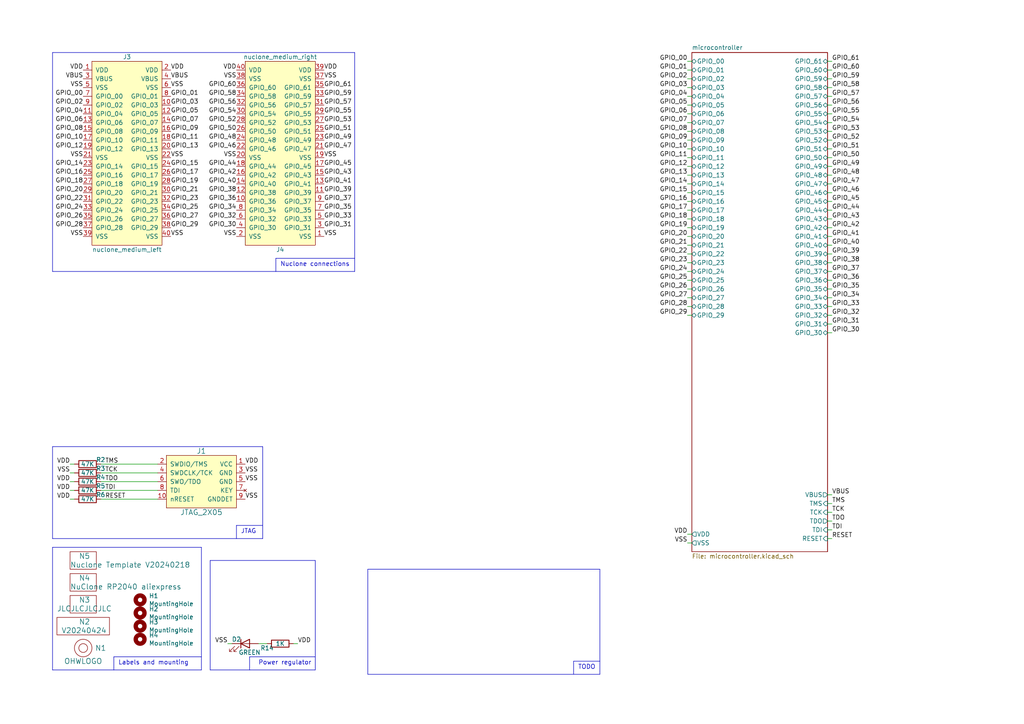
<source format=kicad_sch>
(kicad_sch (version 20230121) (generator eeschema)
  (paper "A4")
  (lib_symbols
    (symbol "Device:LED" (pin_numbers hide) (pin_names (offset 1.016) hide)
      (property "Reference" "D" (at 0 2.54 0))
      (property "Value" "LED" (at 0 -2.54 0))
      (symbol "LED_0_1"
        (polyline (pts (xy -1.27 -1.27) (xy -1.27 1.27)) (stroke (width 0.254)))
        (polyline (pts (xy -1.27 0) (xy 1.27 0)))
        (polyline (pts (xy 1.27 -1.27) (xy 1.27 1.27) (xy -1.27 0) (xy 1.27 -1.27)) (stroke (width 0.254)))
        (polyline (pts (xy -3.048 -0.762) (xy -4.572 -2.286) (xy -3.81 -2.286) (xy -4.572 -2.286) (xy -4.572 -1.524)))
        (polyline (pts (xy -1.778 -0.762) (xy -3.302 -2.286) (xy -2.54 -2.286) (xy -3.302 -2.286) (xy -3.302 -1.524)))
      )
      (symbol "LED_1_1"
        (pin passive line (at -3.81 0 0) (length 2.54) (name "K") (number "1"))
        (pin passive line (at 3.81 0 180) (length 2.54) (name "A") (number "2"))
      )
    )
    (symbol "Device:R" (pin_numbers hide) (pin_names (offset 0))
      (property "Reference" "R" (at 2.032 0 90))
      (property "Value" "R" (at 0 0 90))
      (symbol "R_0_1"
        (rectangle (start -1.016 -2.54) (end 1.016 2.54) (stroke (width 0.254)))
      )
      (symbol "R_1_1"
        (pin passive line (at 0 3.81 270) (length 1.27) (name "~") (number "1"))
        (pin passive line (at 0 -3.81 90) (length 1.27) (name "~") (number "2"))
      )
    )
    (symbol "Mechanical:MountingHole" (pin_names (offset 1.016))
      (property "Reference" "H" (at 0 5.08 0))
      (property "Value" "MountingHole" (at 0 3.175 0))
      (symbol "MountingHole_0_1"
        (circle (center 0 0) (radius 1.27) (stroke (width 1.27)))
      )
    )
    (symbol "SquantorConnectorsNamed:JTAG_2X05_IN" (pin_names (offset 1.016))
      (property "Reference" "J" (at 0 8.89 0))
      (property "Value" "JTAG_2X05_IN" (at 0 -8.89 0))
      (symbol "JTAG_2X05_IN_0_1"
        (rectangle (start -10.16 7.62) (end 10.16 -7.62) (fill (type background)))
      )
      (symbol "JTAG_2X05_IN_1_1"
        (pin power_in line (at 12.7 5.08 180) (length 2.54) (name "VCC") (number "1"))
        (pin open_collector line (at -12.7 -5.08 0) (length 2.54) (name "nRESET") (number "10"))
        (pin bidirectional line (at -12.7 5.08 0) (length 2.54) (name "SWDIO/TMS") (number "2"))
        (pin power_in line (at 12.7 2.54 180) (length 2.54) (name "GND") (number "3"))
        (pin output line (at -12.7 2.54 0) (length 2.54) (name "SWDCLK/TCK") (number "4"))
        (pin power_in line (at 12.7 0 180) (length 2.54) (name "GND") (number "5"))
        (pin output line (at -12.7 0 0) (length 2.54) (name "SWO/TDO") (number "6"))
        (pin no_connect line (at 12.7 -2.54 180) (length 2.54) (name "KEY") (number "7"))
        (pin input line (at -12.7 -2.54 0) (length 2.54) (name "TDI") (number "8"))
        (pin power_in line (at 12.7 -5.08 180) (length 2.54) (name "GNDDET") (number "9"))
      )
    )
    (symbol "SquantorConnectorsNamed:nuclone_medium_left" (pin_names (offset 1.016))
      (property "Reference" "J" (at 0 27.94 0))
      (property "Value" "nuclone_medium_left" (at 0 -27.94 0))
      (symbol "nuclone_medium_left_0_1"
        (rectangle (start -10.16 26.67) (end 10.16 -26.67) (fill (type background)))
      )
      (symbol "nuclone_medium_left_1_1"
        (pin power_in line (at -12.7 24.13 0) (length 2.54) (name "VDD") (number "1"))
        (pin bidirectional line (at 12.7 13.97 180) (length 2.54) (name "GPIO_03") (number "10"))
        (pin bidirectional line (at -12.7 11.43 0) (length 2.54) (name "GPIO_04") (number "11"))
        (pin bidirectional line (at 12.7 11.43 180) (length 2.54) (name "GPIO_05") (number "12"))
        (pin bidirectional line (at -12.7 8.89 0) (length 2.54) (name "GPIO_06") (number "13"))
        (pin bidirectional line (at 12.7 8.89 180) (length 2.54) (name "GPIO_07") (number "14"))
        (pin bidirectional line (at -12.7 6.35 0) (length 2.54) (name "GPIO_08") (number "15"))
        (pin bidirectional line (at 12.7 6.35 180) (length 2.54) (name "GPIO_09") (number "16"))
        (pin bidirectional line (at -12.7 3.81 0) (length 2.54) (name "GPIO_10") (number "17"))
        (pin bidirectional line (at 12.7 3.81 180) (length 2.54) (name "GPIO_11") (number "18"))
        (pin bidirectional line (at -12.7 1.27 0) (length 2.54) (name "GPIO_12") (number "19"))
        (pin power_in line (at 12.7 24.13 180) (length 2.54) (name "VDD") (number "2"))
        (pin bidirectional line (at 12.7 1.27 180) (length 2.54) (name "GPIO_13") (number "20"))
        (pin power_in line (at -12.7 -1.27 0) (length 2.54) (name "VSS") (number "21"))
        (pin power_in line (at 12.7 -1.27 180) (length 2.54) (name "VSS") (number "22"))
        (pin bidirectional line (at -12.7 -3.81 0) (length 2.54) (name "GPIO_14") (number "23"))
        (pin bidirectional line (at 12.7 -3.81 180) (length 2.54) (name "GPIO_15") (number "24"))
        (pin bidirectional line (at -12.7 -6.35 0) (length 2.54) (name "GPIO_16") (number "25"))
        (pin bidirectional line (at 12.7 -6.35 180) (length 2.54) (name "GPIO_17") (number "26"))
        (pin bidirectional line (at -12.7 -8.89 0) (length 2.54) (name "GPIO_18") (number "27"))
        (pin bidirectional line (at 12.7 -8.89 180) (length 2.54) (name "GPIO_19") (number "28"))
        (pin bidirectional line (at -12.7 -11.43 0) (length 2.54) (name "GPIO_20") (number "29"))
        (pin power_in line (at -12.7 21.59 0) (length 2.54) (name "VBUS") (number "3"))
        (pin bidirectional line (at 12.7 -11.43 180) (length 2.54) (name "GPIO_21") (number "30"))
        (pin bidirectional line (at -12.7 -13.97 0) (length 2.54) (name "GPIO_22") (number "31"))
        (pin bidirectional line (at 12.7 -13.97 180) (length 2.54) (name "GPIO_23") (number "32"))
        (pin bidirectional line (at -12.7 -16.51 0) (length 2.54) (name "GPIO_24") (number "33"))
        (pin bidirectional line (at 12.7 -16.51 180) (length 2.54) (name "GPIO_25") (number "34"))
        (pin bidirectional line (at -12.7 -19.05 0) (length 2.54) (name "GPIO_26") (number "35"))
        (pin bidirectional line (at 12.7 -19.05 180) (length 2.54) (name "GPIO_27") (number "36"))
        (pin bidirectional line (at -12.7 -21.59 0) (length 2.54) (name "GPIO_28") (number "37"))
        (pin bidirectional line (at 12.7 -21.59 180) (length 2.54) (name "GPIO_29") (number "38"))
        (pin power_in line (at -12.7 -24.13 0) (length 2.54) (name "VSS") (number "39"))
        (pin power_in line (at 12.7 21.59 180) (length 2.54) (name "VBUS") (number "4"))
        (pin power_in line (at 12.7 -24.13 180) (length 2.54) (name "VSS") (number "40"))
        (pin power_in line (at -12.7 19.05 0) (length 2.54) (name "VSS") (number "5"))
        (pin power_in line (at 12.7 19.05 180) (length 2.54) (name "VSS") (number "6"))
        (pin bidirectional line (at -12.7 16.51 0) (length 2.54) (name "GPIO_00") (number "7"))
        (pin bidirectional line (at 12.7 16.51 180) (length 2.54) (name "GPIO_01") (number "8"))
        (pin bidirectional line (at -12.7 13.97 0) (length 2.54) (name "GPIO_02") (number "9"))
      )
    )
    (symbol "SquantorConnectorsNamed:nuclone_medium_right" (pin_names (offset 1.016))
      (property "Reference" "J" (at 0 27.94 0))
      (property "Value" "nuclone_medium_right" (at 0 -27.94 0))
      (symbol "nuclone_medium_right_0_1"
        (rectangle (start 10.16 -26.67) (end -10.16 26.67) (fill (type background)))
      )
      (symbol "nuclone_medium_right_1_1"
        (pin power_in line (at 12.7 -24.13 180) (length 2.54) (name "VSS") (number "1"))
        (pin bidirectional line (at -12.7 -13.97 0) (length 2.54) (name "GPIO_36") (number "10"))
        (pin bidirectional line (at 12.7 -11.43 180) (length 2.54) (name "GPIO_39") (number "11"))
        (pin bidirectional line (at -12.7 -11.43 0) (length 2.54) (name "GPIO_38") (number "12"))
        (pin bidirectional line (at 12.7 -8.89 180) (length 2.54) (name "GPIO_41") (number "13"))
        (pin bidirectional line (at -12.7 -8.89 0) (length 2.54) (name "GPIO_40") (number "14"))
        (pin bidirectional line (at 12.7 -6.35 180) (length 2.54) (name "GPIO_43") (number "15"))
        (pin bidirectional line (at -12.7 -6.35 0) (length 2.54) (name "GPIO_42") (number "16"))
        (pin bidirectional line (at 12.7 -3.81 180) (length 2.54) (name "GPIO_45") (number "17"))
        (pin bidirectional line (at -12.7 -3.81 0) (length 2.54) (name "GPIO_44") (number "18"))
        (pin power_in line (at 12.7 -1.27 180) (length 2.54) (name "VSS") (number "19"))
        (pin power_in line (at -12.7 -24.13 0) (length 2.54) (name "VSS") (number "2"))
        (pin power_in line (at -12.7 -1.27 0) (length 2.54) (name "VSS") (number "20"))
        (pin bidirectional line (at 12.7 1.27 180) (length 2.54) (name "GPIO_47") (number "21"))
        (pin bidirectional line (at -12.7 1.27 0) (length 2.54) (name "GPIO_46") (number "22"))
        (pin bidirectional line (at 12.7 3.81 180) (length 2.54) (name "GPIO_49") (number "23"))
        (pin bidirectional line (at -12.7 3.81 0) (length 2.54) (name "GPIO_48") (number "24"))
        (pin bidirectional line (at 12.7 6.35 180) (length 2.54) (name "GPIO_51") (number "25"))
        (pin bidirectional line (at -12.7 6.35 0) (length 2.54) (name "GPIO_50") (number "26"))
        (pin bidirectional line (at 12.7 8.89 180) (length 2.54) (name "GPIO_53") (number "27"))
        (pin bidirectional line (at -12.7 8.89 0) (length 2.54) (name "GPIO_52") (number "28"))
        (pin bidirectional line (at 12.7 11.43 180) (length 2.54) (name "GPIO_55") (number "29"))
        (pin bidirectional line (at 12.7 -21.59 180) (length 2.54) (name "GPIO_31") (number "3"))
        (pin bidirectional line (at -12.7 11.43 0) (length 2.54) (name "GPIO_54") (number "30"))
        (pin bidirectional line (at 12.7 13.97 180) (length 2.54) (name "GPIO_57") (number "31"))
        (pin bidirectional line (at -12.7 13.97 0) (length 2.54) (name "GPIO_56") (number "32"))
        (pin bidirectional line (at 12.7 16.51 180) (length 2.54) (name "GPIO_59") (number "33"))
        (pin bidirectional line (at -12.7 16.51 0) (length 2.54) (name "GPIO_58") (number "34"))
        (pin bidirectional line (at 12.7 19.05 180) (length 2.54) (name "GPIO_61") (number "35"))
        (pin bidirectional line (at -12.7 19.05 0) (length 2.54) (name "GPIO_60") (number "36"))
        (pin power_in line (at 12.7 21.59 180) (length 2.54) (name "VSS") (number "37"))
        (pin power_in line (at -12.7 21.59 0) (length 2.54) (name "VSS") (number "38"))
        (pin power_in line (at 12.7 24.13 180) (length 2.54) (name "VDD") (number "39"))
        (pin bidirectional line (at -12.7 -21.59 0) (length 2.54) (name "GPIO_30") (number "4"))
        (pin power_in line (at -12.7 24.13 0) (length 2.54) (name "VDD") (number "40"))
        (pin bidirectional line (at 12.7 -19.05 180) (length 2.54) (name "GPIO_33") (number "5"))
        (pin bidirectional line (at -12.7 -19.05 0) (length 2.54) (name "GPIO_32") (number "6"))
        (pin bidirectional line (at 12.7 -16.51 180) (length 2.54) (name "GPIO_35") (number "7"))
        (pin bidirectional line (at -12.7 -16.51 0) (length 2.54) (name "GPIO_34") (number "8"))
        (pin bidirectional line (at 12.7 -13.97 180) (length 2.54) (name "GPIO_37") (number "9"))
      )
    )
    (symbol "SquantorLabels:Label" (pin_names (offset 1.016))
      (property "Reference" "N" (at 0 1.27 0))
      (property "Value" "Label" (at 0 -1.27 0))
      (symbol "Label_0_1"
        (rectangle (start -3.81 2.54) (end 3.81 -2.54))
      )
    )
    (symbol "SquantorLabels:OHWLOGO" (pin_names (offset 1.016))
      (property "Reference" "N" (at 0 3.81 0))
      (property "Value" "OHWLOGO" (at 0 -3.81 0))
      (symbol "OHWLOGO_0_1"
        (circle (center 0 0) (radius 1.27))
        (circle (center 0 0) (radius 2.54))
      )
    )
    (symbol "SquantorLabels:VYYYYMMDD" (pin_names (offset 1.016))
      (property "Reference" "N" (at 0 2.54 0))
      (property "Value" "VYYYYMMDD" (at 0 0 0))
      (symbol "VYYYYMMDD_0_1"
        (rectangle (start 7.62 -1.27) (end -7.62 3.81))
      )
    )
  )
  (wire (pts (xy 199.39 33.02) (xy 200.66 33.02)))
  (wire (pts (xy 200.66 40.64) (xy 199.39 40.64)))
  (wire (pts (xy 199.39 43.18) (xy 200.66 43.18)))
  (wire (pts (xy 240.03 78.74) (xy 241.3 78.74)))
  (wire (pts (xy 240.03 25.4) (xy 241.3 25.4)))
  (wire (pts (xy 240.03 35.56) (xy 241.3 35.56)))
  (wire (pts (xy 199.39 22.86) (xy 200.66 22.86)))
  (wire (pts (xy 240.03 143.51) (xy 241.3 143.51)))
  (wire (pts (xy 21.59 142.24) (xy 20.32 142.24)))
  (wire (pts (xy 200.66 71.12) (xy 199.39 71.12)))
  (wire (pts (xy 200.66 86.36) (xy 199.39 86.36)))
  (polyline (pts (xy 15.24 15.24) (xy 15.24 78.74)))
  (polyline (pts (xy 102.87 78.74) (xy 102.87 15.24)))
  (wire (pts (xy 241.3 38.1) (xy 240.03 38.1)))
  (wire (pts (xy 199.39 78.74) (xy 200.66 78.74)))
  (wire (pts (xy 199.39 154.94) (xy 200.66 154.94)))
  (wire (pts (xy 199.39 58.42) (xy 200.66 58.42)))
  (wire (pts (xy 199.39 73.66) (xy 200.66 73.66)))
  (wire (pts (xy 240.03 66.04) (xy 241.3 66.04)))
  (wire (pts (xy 240.03 40.64) (xy 241.3 40.64)))
  (polyline (pts (xy 15.24 158.75) (xy 15.24 194.31)))
  (wire (pts (xy 29.21 144.78) (xy 45.72 144.78)))
  (wire (pts (xy 200.66 35.56) (xy 199.39 35.56)))
  (wire (pts (xy 241.3 58.42) (xy 240.03 58.42)))
  (wire (pts (xy 200.66 60.96) (xy 199.39 60.96)))
  (wire (pts (xy 20.32 134.62) (xy 21.59 134.62)))
  (polyline (pts (xy 33.02 190.5) (xy 33.02 194.31)))
  (wire (pts (xy 86.36 186.69) (xy 85.09 186.69)))
  (wire (pts (xy 199.39 68.58) (xy 200.66 68.58)))
  (wire (pts (xy 29.21 134.62) (xy 45.72 134.62)))
  (wire (pts (xy 241.3 43.18) (xy 240.03 43.18)))
  (wire (pts (xy 200.66 45.72) (xy 199.39 45.72)))
  (wire (pts (xy 241.3 27.94) (xy 240.03 27.94)))
  (wire (pts (xy 200.66 157.48) (xy 199.39 157.48)))
  (wire (pts (xy 241.3 81.28) (xy 240.03 81.28)))
  (wire (pts (xy 200.66 91.44) (xy 199.39 91.44)))
  (wire (pts (xy 200.66 20.32) (xy 199.39 20.32)))
  (wire (pts (xy 241.3 96.52) (xy 240.03 96.52)))
  (polyline (pts (xy 80.01 74.93) (xy 80.01 78.74)))
  (wire (pts (xy 240.03 30.48) (xy 241.3 30.48)))
  (wire (pts (xy 77.47 186.69) (xy 74.93 186.69)))
  (wire (pts (xy 29.21 137.16) (xy 45.72 137.16)))
  (wire (pts (xy 199.39 83.82) (xy 200.66 83.82)))
  (wire (pts (xy 241.3 86.36) (xy 240.03 86.36)))
  (wire (pts (xy 21.59 137.16) (xy 20.32 137.16)))
  (wire (pts (xy 199.39 53.34) (xy 200.66 53.34)))
  (wire (pts (xy 200.66 50.8) (xy 199.39 50.8)))
  (polyline (pts (xy 91.44 194.31) (xy 91.44 162.56)))
  (wire (pts (xy 200.66 66.04) (xy 199.39 66.04)))
  (polyline (pts (xy 91.44 162.56) (xy 60.96 162.56)))
  (polyline (pts (xy 15.24 78.74) (xy 102.87 78.74)))
  (wire (pts (xy 29.21 139.7) (xy 45.72 139.7)))
  (polyline (pts (xy 91.44 190.5) (xy 72.39 190.5)))
  (wire (pts (xy 67.31 186.69) (xy 66.04 186.69)))
  (polyline (pts (xy 58.42 158.75) (xy 15.24 158.75)))
  (wire (pts (xy 241.3 33.02) (xy 240.03 33.02)))
  (wire (pts (xy 241.3 68.58) (xy 240.03 68.58)))
  (polyline (pts (xy 76.2 152.4) (xy 68.58 152.4)))
  (wire (pts (xy 241.3 91.44) (xy 240.03 91.44)))
  (wire (pts (xy 241.3 53.34) (xy 240.03 53.34)))
  (polyline (pts (xy 76.2 129.54) (xy 15.24 129.54)))
  (wire (pts (xy 240.03 83.82) (xy 241.3 83.82)))
  (wire (pts (xy 241.3 63.5) (xy 240.03 63.5)))
  (wire (pts (xy 240.03 60.96) (xy 241.3 60.96)))
  (wire (pts (xy 241.3 22.86) (xy 240.03 22.86)))
  (wire (pts (xy 240.03 76.2) (xy 241.3 76.2)))
  (wire (pts (xy 240.03 151.13) (xy 241.3 151.13)))
  (wire (pts (xy 200.66 25.4) (xy 199.39 25.4)))
  (polyline (pts (xy 102.87 74.93) (xy 80.01 74.93)))
  (wire (pts (xy 199.39 48.26) (xy 200.66 48.26)))
  (polyline (pts (xy 72.39 190.5) (xy 72.39 194.31)))
  (polyline (pts (xy 15.24 129.54) (xy 15.24 156.21)))
  (polyline (pts (xy 68.58 152.4) (xy 68.58 156.21)))
  (polyline (pts (xy 102.87 15.24) (xy 15.24 15.24)))
  (wire (pts (xy 200.66 55.88) (xy 199.39 55.88)))
  (wire (pts (xy 240.03 153.67) (xy 241.3 153.67)))
  (wire (pts (xy 29.21 142.24) (xy 45.72 142.24)))
  (polyline (pts (xy 166.37 195.58) (xy 166.37 191.77)))
  (polyline (pts (xy 106.68 165.1) (xy 173.99 165.1)))
  (wire (pts (xy 20.32 139.7) (xy 21.59 139.7)))
  (wire (pts (xy 240.03 55.88) (xy 241.3 55.88)))
  (wire (pts (xy 199.39 17.78) (xy 200.66 17.78)))
  (wire (pts (xy 200.66 30.48) (xy 199.39 30.48)))
  (wire (pts (xy 240.03 88.9) (xy 241.3 88.9)))
  (wire (pts (xy 199.39 88.9) (xy 200.66 88.9)))
  (wire (pts (xy 200.66 81.28) (xy 199.39 81.28)))
  (polyline (pts (xy 173.99 195.58) (xy 106.68 195.58)))
  (wire (pts (xy 200.66 76.2) (xy 199.39 76.2)))
  (wire (pts (xy 240.03 50.8) (xy 241.3 50.8)))
  (polyline (pts (xy 58.42 194.31) (xy 58.42 158.75)))
  (polyline (pts (xy 106.68 195.58) (xy 106.68 165.1)))
  (wire (pts (xy 240.03 156.21) (xy 241.3 156.21)))
  (wire (pts (xy 240.03 20.32) (xy 241.3 20.32)))
  (wire (pts (xy 240.03 146.05) (xy 241.3 146.05)))
  (polyline (pts (xy 58.42 190.5) (xy 33.02 190.5)))
  (wire (pts (xy 240.03 71.12) (xy 241.3 71.12)))
  (wire (pts (xy 240.03 45.72) (xy 241.3 45.72)))
  (polyline (pts (xy 15.24 156.21) (xy 76.2 156.21)))
  (polyline (pts (xy 60.96 194.31) (xy 91.44 194.31)))
  (wire (pts (xy 20.32 144.78) (xy 21.59 144.78)))
  (wire (pts (xy 199.39 38.1) (xy 200.66 38.1)))
  (wire (pts (xy 241.3 17.78) (xy 240.03 17.78)))
  (wire (pts (xy 240.03 148.59) (xy 241.3 148.59)))
  (polyline (pts (xy 76.2 156.21) (xy 76.2 129.54)))
  (wire (pts (xy 240.03 93.98) (xy 241.3 93.98)))
  (wire (pts (xy 241.3 48.26) (xy 240.03 48.26)))
  (wire (pts (xy 199.39 63.5) (xy 200.66 63.5)))
  (wire (pts (xy 241.3 73.66) (xy 240.03 73.66)))
  (wire (pts (xy 199.39 27.94) (xy 200.66 27.94)))
  (polyline (pts (xy 15.24 194.31) (xy 58.42 194.31)))
  (polyline (pts (xy 173.99 165.1) (xy 173.99 195.58)))
  (polyline (pts (xy 60.96 162.56) (xy 60.96 194.31)))
  (polyline (pts (xy 166.37 191.77) (xy 173.99 191.77)))
  (text "Labels and mounting" (at 34.29 193.04 0) (effects (font (size 1.27 1.27)) (justify left bottom)))
  (text "TODO" (at 167.64 194.31 0) (effects (font (size 1.27 1.27)) (justify left bottom)))
  (text "Power regulator" (at 74.93 193.04 0) (effects (font (size 1.27 1.27)) (justify left bottom)))
  (text "Nuclone connections" (at 81.28 77.47 0) (effects (font (size 1.27 1.27)) (justify left bottom)))
  (text "JTAG" (at 69.85 154.94 0) (effects (font (size 1.27 1.27)) (justify left bottom)))
  (label "GPIO_07" (at 199.39 35.56 180))
  (label "VSS" (at 66.04 186.69 180))
  (label "GPIO_02" (at 199.39 22.86 180))
  (label "VDD" (at 71.12 134.62 0))
  (label "GPIO_54" (at 241.3 35.56 0))
  (label "VDD" (at 24.13 20.32 180))
  (label "GPIO_30" (at 68.58 66.04 180))
  (label "GPIO_29" (at 199.39 91.44 180))
  (label "VBUS" (at 241.3 143.51 0))
  (label "VSS" (at 199.39 157.48 180))
  (label "GPIO_14" (at 199.39 53.34 180))
  (label "GPIO_17" (at 199.39 60.96 180))
  (label "GPIO_00" (at 24.13 27.94 180))
  (label "GPIO_20" (at 199.39 68.58 180))
  (label "GPIO_08" (at 24.13 38.1 180))
  (label "GPIO_19" (at 49.53 53.34 0))
  (label "GPIO_03" (at 49.53 30.48 0))
  (label "GPIO_18" (at 24.13 53.34 180))
  (label "GPIO_48" (at 68.58 40.64 180))
  (label "GPIO_38" (at 68.58 55.88 180))
  (label "GPIO_12" (at 24.13 43.18 180))
  (label "GPIO_59" (at 241.3 22.86 0))
  (label "GPIO_56" (at 241.3 30.48 0))
  (label "VDD" (at 20.32 139.7 180))
  (label "GPIO_48" (at 241.3 50.8 0))
  (label "GPIO_35" (at 241.3 83.82 0))
  (label "GPIO_45" (at 93.98 48.26 0))
  (label "GPIO_27" (at 49.53 63.5 0))
  (label "GPIO_39" (at 241.3 73.66 0))
  (label "VBUS" (at 49.53 22.86 0))
  (label "GPIO_44" (at 241.3 60.96 0))
  (label "GPIO_10" (at 24.13 40.64 180))
  (label "TDO" (at 30.48 139.7 0))
  (label "GPIO_19" (at 199.39 66.04 180))
  (label "GPIO_26" (at 199.39 83.82 180))
  (label "GPIO_36" (at 241.3 81.28 0))
  (label "GPIO_60" (at 241.3 20.32 0))
  (label "GPIO_43" (at 241.3 63.5 0))
  (label "GPIO_14" (at 24.13 48.26 180))
  (label "GPIO_30" (at 241.3 96.52 0))
  (label "GPIO_34" (at 241.3 86.36 0))
  (label "GPIO_25" (at 199.39 81.28 180))
  (label "GPIO_13" (at 49.53 43.18 0))
  (label "GPIO_55" (at 241.3 33.02 0))
  (label "VDD" (at 86.36 186.69 0))
  (label "VSS" (at 68.58 68.58 180))
  (label "VSS" (at 49.53 45.72 0))
  (label "VSS" (at 71.12 137.16 0))
  (label "GPIO_18" (at 199.39 63.5 180))
  (label "VSS" (at 24.13 68.58 180))
  (label "GPIO_15" (at 49.53 48.26 0))
  (label "GPIO_20" (at 24.13 55.88 180))
  (label "GPIO_32" (at 241.3 91.44 0))
  (label "GPIO_02" (at 24.13 30.48 180))
  (label "GPIO_21" (at 199.39 71.12 180))
  (label "TDI" (at 241.3 153.67 0))
  (label "GPIO_11" (at 49.53 40.64 0))
  (label "VDD" (at 68.58 20.32 180))
  (label "GPIO_33" (at 93.98 63.5 0))
  (label "GPIO_06" (at 24.13 35.56 180))
  (label "VDD" (at 199.39 154.94 180))
  (label "VSS" (at 68.58 22.86 180))
  (label "GPIO_04" (at 24.13 33.02 180))
  (label "GPIO_51" (at 241.3 43.18 0))
  (label "GPIO_50" (at 68.58 38.1 180))
  (label "GPIO_49" (at 93.98 40.64 0))
  (label "GPIO_57" (at 93.98 30.48 0))
  (label "GPIO_08" (at 199.39 38.1 180))
  (label "GPIO_45" (at 241.3 58.42 0))
  (label "GPIO_23" (at 199.39 76.2 180))
  (label "VDD" (at 20.32 144.78 180))
  (label "GPIO_24" (at 199.39 78.74 180))
  (label "TDI" (at 30.48 142.24 0))
  (label "GPIO_13" (at 199.39 50.8 180))
  (label "GPIO_32" (at 68.58 63.5 180))
  (label "TCK" (at 241.3 148.59 0))
  (label "VSS" (at 24.13 25.4 180))
  (label "VSS" (at 20.32 137.16 180))
  (label "GPIO_47" (at 241.3 53.34 0))
  (label "GPIO_41" (at 93.98 53.34 0))
  (label "GPIO_28" (at 199.39 88.9 180))
  (label "GPIO_39" (at 93.98 55.88 0))
  (label "GPIO_37" (at 93.98 58.42 0))
  (label "GPIO_52" (at 241.3 40.64 0))
  (label "GPIO_00" (at 199.39 17.78 180))
  (label "GPIO_05" (at 199.39 30.48 180))
  (label "GPIO_41" (at 241.3 68.58 0))
  (label "GPIO_11" (at 199.39 45.72 180))
  (label "GPIO_52" (at 68.58 35.56 180))
  (label "GPIO_43" (at 93.98 50.8 0))
  (label "GPIO_09" (at 199.39 40.64 180))
  (label "TMS" (at 241.3 146.05 0))
  (label "GPIO_50" (at 241.3 45.72 0))
  (label "GPIO_61" (at 241.3 17.78 0))
  (label "GPIO_15" (at 199.39 55.88 180))
  (label "VSS" (at 71.12 144.78 0))
  (label "VDD" (at 20.32 134.62 180))
  (label "GPIO_10" (at 199.39 43.18 180))
  (label "GPIO_60" (at 68.58 25.4 180))
  (label "VSS" (at 49.53 25.4 0))
  (label "GPIO_42" (at 68.58 50.8 180))
  (label "GPIO_34" (at 68.58 60.96 180))
  (label "GPIO_49" (at 241.3 48.26 0))
  (label "GPIO_01" (at 199.39 20.32 180))
  (label "TDO" (at 241.3 151.13 0))
  (label "VSS" (at 93.98 45.72 0))
  (label "GPIO_28" (at 24.13 66.04 180))
  (label "GPIO_09" (at 49.53 38.1 0))
  (label "VDD" (at 49.53 20.32 0))
  (label "GPIO_57" (at 241.3 27.94 0))
  (label "GPIO_16" (at 24.13 50.8 180))
  (label "GPIO_12" (at 199.39 48.26 180))
  (label "GPIO_44" (at 68.58 48.26 180))
  (label "GPIO_17" (at 49.53 50.8 0))
  (label "GPIO_26" (at 24.13 63.5 180))
  (label "VSS" (at 93.98 68.58 0))
  (label "GPIO_37" (at 241.3 78.74 0))
  (label "GPIO_46" (at 68.58 43.18 180))
  (label "GPIO_31" (at 241.3 93.98 0))
  (label "GPIO_56" (at 68.58 30.48 180))
  (label "VSS" (at 49.53 68.58 0))
  (label "GPIO_46" (at 241.3 55.88 0))
  (label "GPIO_22" (at 24.13 58.42 180))
  (label "GPIO_05" (at 49.53 33.02 0))
  (label "GPIO_33" (at 241.3 88.9 0))
  (label "GPIO_22" (at 199.39 73.66 180))
  (label "TCK" (at 30.48 137.16 0))
  (label "GPIO_40" (at 241.3 71.12 0))
  (label "TMS" (at 30.48 134.62 0))
  (label "GPIO_36" (at 68.58 58.42 180))
  (label "GPIO_29" (at 49.53 66.04 0))
  (label "VDD" (at 93.98 20.32 0))
  (label "VSS" (at 24.13 45.72 180))
  (label "GPIO_24" (at 24.13 60.96 180))
  (label "GPIO_16" (at 199.39 58.42 180))
  (label "GPIO_47" (at 93.98 43.18 0))
  (label "GPIO_01" (at 49.53 27.94 0))
  (label "GPIO_25" (at 49.53 60.96 0))
  (label "GPIO_03" (at 199.39 25.4 180))
  (label "VBUS" (at 24.13 22.86 180))
  (label "RESET" (at 30.48 144.78 0))
  (label "GPIO_31" (at 93.98 66.04 0))
  (label "GPIO_53" (at 93.98 35.56 0))
  (label "VDD" (at 20.32 142.24 180))
  (label "VSS" (at 93.98 22.86 0))
  (label "GPIO_23" (at 49.53 58.42 0))
  (label "GPIO_51" (at 93.98 38.1 0))
  (label "GPIO_07" (at 49.53 35.56 0))
  (label "GPIO_40" (at 68.58 53.34 180))
  (label "GPIO_06" (at 199.39 33.02 180))
  (label "GPIO_54" (at 68.58 33.02 180))
  (label "GPIO_27" (at 199.39 86.36 180))
  (label "GPIO_04" (at 199.39 27.94 180))
  (label "GPIO_58" (at 68.58 27.94 180))
  (label "VSS" (at 71.12 139.7 0))
  (label "GPIO_42" (at 241.3 66.04 0))
  (label "GPIO_35" (at 93.98 60.96 0))
  (label "VSS" (at 68.58 45.72 180))
  (label "RESET" (at 241.3 156.21 0))
  (label "GPIO_61" (at 93.98 25.4 0))
  (label "GPIO_58" (at 241.3 25.4 0))
  (label "GPIO_55" (at 93.98 33.02 0))
  (label "GPIO_38" (at 241.3 76.2 0))
  (label "GPIO_59" (at 93.98 27.94 0))
  (label "GPIO_21" (at 49.53 55.88 0))
  (label "GPIO_53" (at 241.3 38.1 0))
  (symbol (lib_id "SquantorLabels:OHWLOGO") (at 24.13 187.96 0) (unit 1)
    (property "Reference" "N1" (at 29.21 187.96 0) (effects (font (size 1.524 1.524))))
    (property "Value" "OHWLOGO" (at 24.13 191.77 0) (effects (font (size 1.524 1.524))))
    (property "Footprint" "Symbol:OSHW-Symbol_6.7x6mm_SilkScreen" (effects hide))
  )
  (symbol (lib_id "SquantorConnectorsNamed:JTAG_2X05_IN") (at 58.42 139.7 0) (unit 1)
    (property "Reference" "J1" (at 58.42 130.81 0) (effects (font (size 1.524 1.524))))
    (property "Value" "JTAG_2X05" (at 58.42 148.59 0) (effects (font (size 1.524 1.524))))
    (property "Footprint" "SquantorConnectors:Header-0127-2X05-H006" (effects hide))
  )
  (symbol (lib_id "Mechanical:MountingHole") (at 40.64 185.42 0) (unit 1)
    (property "Reference" "H4" (at 43.18 184.2516 0) (effects (justify left)))
    (property "Value" "MountingHole" (at 43.18 186.563 0) (effects (justify left)))
    (property "Footprint" "SquantorPcbOutline:MountingHole_3.2mm_M3_Pad_Via" (effects hide))
  )
  (symbol (lib_id "Mechanical:MountingHole") (at 40.64 181.61 0) (unit 1)
    (property "Reference" "H3" (at 43.18 180.4416 0) (effects (justify left)))
    (property "Value" "MountingHole" (at 43.18 182.753 0) (effects (justify left)))
    (property "Footprint" "SquantorPcbOutline:MountingHole_3.2mm_M3_Pad_Via" (effects hide))
  )
  (symbol (lib_id "Mechanical:MountingHole") (at 40.64 177.8 0) (unit 1)
    (property "Reference" "H2" (at 43.18 176.6316 0) (effects (justify left)))
    (property "Value" "MountingHole" (at 43.18 178.943 0) (effects (justify left)))
    (property "Footprint" "SquantorPcbOutline:MountingHole_3.2mm_M3_Pad_Via" (effects hide))
  )
  (symbol (lib_id "Mechanical:MountingHole") (at 40.64 173.99 0) (unit 1)
    (property "Reference" "H1" (at 43.18 172.8216 0) (effects (justify left)))
    (property "Value" "MountingHole" (at 43.18 175.133 0) (effects (justify left)))
    (property "Footprint" "SquantorPcbOutline:MountingHole_3.2mm_M3_Pad_Via" (effects hide))
  )
  (symbol (lib_id "SquantorLabels:VYYYYMMDD") (at 24.13 182.88 0) (unit 1)
    (property "Reference" "N2" (at 22.86 180.34 0) (effects (font (size 1.524 1.524)) (justify left)))
    (property "Value" "V20240424" (at 17.78 182.88 0) (effects (font (size 1.524 1.524)) (justify left)))
    (property "Footprint" "SquantorLabels:Label_Generic" (effects hide))
  )
  (symbol (lib_id "SquantorConnectorsNamed:nuclone_medium_left") (at 36.83 44.45 0) (unit 1)
    (property "Reference" "J3" (at 36.83 16.51 0))
    (property "Value" "nuclone_medium_left" (at 36.83 72.39 0))
    (property "Footprint" "SquantorConnectorsNamed:nuclone_medium_left_stacked" (effects hide))
  )
  (symbol (lib_id "SquantorConnectorsNamed:nuclone_medium_right") (at 81.28 44.45 0) (unit 1)
    (property "Reference" "J4" (at 81.28 72.39 0))
    (property "Value" "nuclone_medium_right" (at 81.28 16.51 0))
    (property "Footprint" "SquantorConnectorsNamed:nuclone_medium_right_stacked" (effects hide))
  )
  (symbol (lib_id "SquantorLabels:Label") (at 24.13 175.26 0) (unit 1)
    (property "Reference" "N3" (at 22.86 173.99 0) (effects (font (size 1.524 1.524)) (justify left)))
    (property "Value" "JLCJLCJLCJLC" (at 16.51 176.53 0) (effects (font (size 1.524 1.524)) (justify left)))
    (property "Footprint" "SquantorLabels:Label_Generic" (effects hide))
  )
  (symbol (lib_id "Device:R") (at 25.4 134.62 270) (unit 1)
    (property "Reference" "R2" (at 29.21 133.35 90))
    (property "Value" "47K" (at 25.4 134.62 90))
    (property "Footprint" "SquantorResistor:R_0603_hand" (effects hide))
  )
  (symbol (lib_id "Device:R") (at 25.4 137.16 270) (unit 1)
    (property "Reference" "R3" (at 29.21 135.89 90))
    (property "Value" "47K" (at 25.4 137.16 90))
    (property "Footprint" "SquantorResistor:R_0603_hand" (effects hide))
  )
  (symbol (lib_id "Device:R") (at 25.4 139.7 270) (unit 1)
    (property "Reference" "R4" (at 29.21 138.43 90))
    (property "Value" "47K" (at 25.4 139.7 90))
    (property "Footprint" "SquantorResistor:R_0603_hand" (effects hide))
  )
  (symbol (lib_id "Device:R") (at 25.4 142.24 270) (unit 1)
    (property "Reference" "R5" (at 29.21 140.97 90))
    (property "Value" "47K" (at 25.4 142.24 90))
    (property "Footprint" "SquantorResistor:R_0603_hand" (effects hide))
  )
  (symbol (lib_id "Device:R") (at 25.4 144.78 270) (unit 1)
    (property "Reference" "R6" (at 29.21 143.51 90))
    (property "Value" "47K" (at 25.4 144.78 90))
    (property "Footprint" "SquantorResistor:R_0603_hand" (effects hide))
  )
  (symbol (lib_id "SquantorLabels:Label") (at 24.13 168.91 0) (unit 1)
    (property "Reference" "N4" (at 22.86 167.64 0) (effects (font (size 1.524 1.524)) (justify left)))
    (property "Value" "NuClone RP2040 aliexpress" (at 20.32 170.18 0) (effects (font (size 1.524 1.524)) (justify left)))
    (property "Footprint" "SquantorLabels:Label_Generic" (effects hide))
  )
  (symbol (lib_id "Device:R") (at 81.28 186.69 90) (unit 1)
    (property "Reference" "R14" (at 77.47 187.96 90))
    (property "Value" "1K" (at 81.28 186.69 90))
    (property "Footprint" "SquantorResistor:R_0603_hand" (effects hide))
  )
  (symbol (lib_id "Device:LED") (at 71.12 186.69 0) (unit 1)
    (property "Reference" "D2" (at 68.58 185.42 0))
    (property "Value" "GREEN" (at 72.39 189.23 0))
    (property "Footprint" "SquantorDiodes:LED_0603_hand" (effects hide))
  )
  (symbol (lib_id "SquantorLabels:Label") (at 24.13 162.56 0) (unit 1)
    (property "Reference" "N5" (at 22.86 161.29 0) (effects (font (size 1.524 1.524)) (justify left)))
    (property "Value" "Nuclone Template V20240218" (at 20.32 163.83 0) (effects (font (size 1.524 1.524)) (justify left)))
    (property "Footprint" "SquantorLabels:Label_Generic" (effects hide))
  )
  (sheet (at 200.66 15.24) (size 39.37 144.78)
    (property "Sheetname" "microcontroller" (at 200.66 14.5284 0) (effects (justify left bottom)))
    (property "Sheetfile" "microcontroller.kicad_sch" (at 200.66 160.6046 0) (effects (justify left top)))
    (pin "TMS" input (at 240.03 146.05 0))
    (pin "TCK" input (at 240.03 148.59 0))
    (pin "TDI" input (at 240.03 153.67 0))
    (pin "TDO" output (at 240.03 151.13 0))
    (pin "RESET" input (at 240.03 156.21 0))
    (pin "GPIO_00" bidirectional (at 200.66 17.78 180))
    (pin "GPIO_01" bidirectional (at 200.66 20.32 180))
    (pin "GPIO_02" bidirectional (at 200.66 22.86 180))
    (pin "GPIO_03" bidirectional (at 200.66 25.4 180))
    (pin "GPIO_04" bidirectional (at 200.66 27.94 180))
    (pin "GPIO_05" bidirectional (at 200.66 30.48 180))
    (pin "GPIO_06" bidirectional (at 200.66 33.02 180))
    (pin "GPIO_07" bidirectional (at 200.66 35.56 180))
    (pin "GPIO_08" bidirectional (at 200.66 38.1 180))
    (pin "GPIO_09" bidirectional (at 200.66 40.64 180))
    (pin "GPIO_10" bidirectional (at 200.66 43.18 180))
    (pin "GPIO_11" bidirectional (at 200.66 45.72 180))
    (pin "GPIO_12" bidirectional (at 200.66 48.26 180))
    (pin "GPIO_13" bidirectional (at 200.66 50.8 180))
    (pin "GPIO_14" bidirectional (at 200.66 53.34 180))
    (pin "GPIO_15" bidirectional (at 200.66 55.88 180))
    (pin "GPIO_16" bidirectional (at 200.66 58.42 180))
    (pin "GPIO_17" bidirectional (at 200.66 60.96 180))
    (pin "GPIO_18" bidirectional (at 200.66 63.5 180))
    (pin "GPIO_19" bidirectional (at 200.66 66.04 180))
    (pin "GPIO_20" bidirectional (at 200.66 68.58 180))
    (pin "GPIO_21" bidirectional (at 200.66 71.12 180))
    (pin "GPIO_22" bidirectional (at 200.66 73.66 180))
    (pin "GPIO_23" bidirectional (at 200.66 76.2 180))
    (pin "GPIO_24" bidirectional (at 200.66 78.74 180))
    (pin "GPIO_25" bidirectional (at 200.66 81.28 180))
    (pin "GPIO_26" bidirectional (at 200.66 83.82 180))
    (pin "GPIO_27" bidirectional (at 200.66 86.36 180))
    (pin "GPIO_28" bidirectional (at 200.66 88.9 180))
    (pin "GPIO_29" bidirectional (at 200.66 91.44 180))
    (pin "GPIO_30" bidirectional (at 240.03 96.52 0))
    (pin "GPIO_31" bidirectional (at 240.03 93.98 0))
    (pin "GPIO_32" bidirectional (at 240.03 91.44 0))
    (pin "GPIO_33" bidirectional (at 240.03 88.9 0))
    (pin "GPIO_34" bidirectional (at 240.03 86.36 0))
    (pin "GPIO_35" bidirectional (at 240.03 83.82 0))
    (pin "GPIO_36" bidirectional (at 240.03 81.28 0))
    (pin "GPIO_37" bidirectional (at 240.03 78.74 0))
    (pin "GPIO_38" bidirectional (at 240.03 76.2 0))
    (pin "GPIO_39" bidirectional (at 240.03 73.66 0))
    (pin "GPIO_40" bidirectional (at 240.03 71.12 0))
    (pin "GPIO_41" bidirectional (at 240.03 68.58 0))
    (pin "GPIO_42" bidirectional (at 240.03 66.04 0))
    (pin "GPIO_43" bidirectional (at 240.03 63.5 0))
    (pin "GPIO_44" bidirectional (at 240.03 60.96 0))
    (pin "GPIO_45" bidirectional (at 240.03 58.42 0))
    (pin "GPIO_46" bidirectional (at 240.03 55.88 0))
    (pin "GPIO_47" bidirectional (at 240.03 53.34 0))
    (pin "GPIO_48" bidirectional (at 240.03 50.8 0))
    (pin "GPIO_49" bidirectional (at 240.03 48.26 0))
    (pin "GPIO_50" bidirectional (at 240.03 45.72 0))
    (pin "GPIO_51" bidirectional (at 240.03 43.18 0))
    (pin "GPIO_52" bidirectional (at 240.03 40.64 0))
    (pin "GPIO_53" bidirectional (at 240.03 38.1 0))
    (pin "GPIO_54" bidirectional (at 240.03 35.56 0))
    (pin "GPIO_55" bidirectional (at 240.03 33.02 0))
    (pin "GPIO_56" bidirectional (at 240.03 30.48 0))
    (pin "GPIO_57" bidirectional (at 240.03 27.94 0))
    (pin "GPIO_58" bidirectional (at 240.03 25.4 0))
    (pin "GPIO_59" bidirectional (at 240.03 22.86 0))
    (pin "GPIO_60" bidirectional (at 240.03 20.32 0))
    (pin "GPIO_61" bidirectional (at 240.03 17.78 0))
    (pin "VBUS" output (at 240.03 143.51 0))
    (pin "VSS" output (at 200.66 157.48 180))
    (pin "VDD" output (at 200.66 154.94 180))
  )
)
</source>
